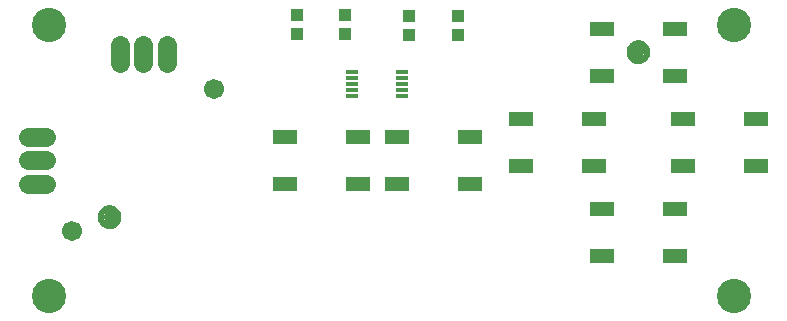
<source format=gbr>
G04 EAGLE Gerber RS-274X export*
G75*
%MOMM*%
%FSLAX34Y34*%
%LPD*%
%INSoldermask Top*%
%IPPOS*%
%AMOC8*
5,1,8,0,0,1.08239X$1,22.5*%
G01*
%ADD10C,2.901600*%
%ADD11C,1.101600*%
%ADD12C,0.500000*%
%ADD13C,1.601600*%
%ADD14C,1.701600*%
%ADD15R,2.101600X1.301600*%
%ADD16R,1.001600X1.001600*%
%ADD17R,1.101600X0.351600*%


D10*
X614605Y264720D03*
X614605Y34720D03*
X34605Y34720D03*
X34605Y264720D03*
D11*
X533400Y241300D03*
D12*
X533400Y248800D02*
X533219Y248798D01*
X533038Y248791D01*
X532857Y248780D01*
X532676Y248765D01*
X532496Y248745D01*
X532316Y248721D01*
X532137Y248693D01*
X531959Y248660D01*
X531782Y248623D01*
X531605Y248582D01*
X531430Y248537D01*
X531255Y248487D01*
X531082Y248433D01*
X530911Y248375D01*
X530740Y248313D01*
X530572Y248246D01*
X530405Y248176D01*
X530239Y248102D01*
X530076Y248023D01*
X529915Y247941D01*
X529755Y247855D01*
X529598Y247765D01*
X529443Y247671D01*
X529290Y247574D01*
X529140Y247472D01*
X528992Y247368D01*
X528846Y247259D01*
X528704Y247148D01*
X528564Y247032D01*
X528427Y246914D01*
X528292Y246792D01*
X528161Y246667D01*
X528033Y246539D01*
X527908Y246408D01*
X527786Y246273D01*
X527668Y246136D01*
X527552Y245996D01*
X527441Y245854D01*
X527332Y245708D01*
X527228Y245560D01*
X527126Y245410D01*
X527029Y245257D01*
X526935Y245102D01*
X526845Y244945D01*
X526759Y244785D01*
X526677Y244624D01*
X526598Y244461D01*
X526524Y244295D01*
X526454Y244128D01*
X526387Y243960D01*
X526325Y243789D01*
X526267Y243618D01*
X526213Y243445D01*
X526163Y243270D01*
X526118Y243095D01*
X526077Y242918D01*
X526040Y242741D01*
X526007Y242563D01*
X525979Y242384D01*
X525955Y242204D01*
X525935Y242024D01*
X525920Y241843D01*
X525909Y241662D01*
X525902Y241481D01*
X525900Y241300D01*
X533400Y248800D02*
X533581Y248798D01*
X533762Y248791D01*
X533943Y248780D01*
X534124Y248765D01*
X534304Y248745D01*
X534484Y248721D01*
X534663Y248693D01*
X534841Y248660D01*
X535018Y248623D01*
X535195Y248582D01*
X535370Y248537D01*
X535545Y248487D01*
X535718Y248433D01*
X535889Y248375D01*
X536060Y248313D01*
X536228Y248246D01*
X536395Y248176D01*
X536561Y248102D01*
X536724Y248023D01*
X536885Y247941D01*
X537045Y247855D01*
X537202Y247765D01*
X537357Y247671D01*
X537510Y247574D01*
X537660Y247472D01*
X537808Y247368D01*
X537954Y247259D01*
X538096Y247148D01*
X538236Y247032D01*
X538373Y246914D01*
X538508Y246792D01*
X538639Y246667D01*
X538767Y246539D01*
X538892Y246408D01*
X539014Y246273D01*
X539132Y246136D01*
X539248Y245996D01*
X539359Y245854D01*
X539468Y245708D01*
X539572Y245560D01*
X539674Y245410D01*
X539771Y245257D01*
X539865Y245102D01*
X539955Y244945D01*
X540041Y244785D01*
X540123Y244624D01*
X540202Y244461D01*
X540276Y244295D01*
X540346Y244128D01*
X540413Y243960D01*
X540475Y243789D01*
X540533Y243618D01*
X540587Y243445D01*
X540637Y243270D01*
X540682Y243095D01*
X540723Y242918D01*
X540760Y242741D01*
X540793Y242563D01*
X540821Y242384D01*
X540845Y242204D01*
X540865Y242024D01*
X540880Y241843D01*
X540891Y241662D01*
X540898Y241481D01*
X540900Y241300D01*
X540898Y241119D01*
X540891Y240938D01*
X540880Y240757D01*
X540865Y240576D01*
X540845Y240396D01*
X540821Y240216D01*
X540793Y240037D01*
X540760Y239859D01*
X540723Y239682D01*
X540682Y239505D01*
X540637Y239330D01*
X540587Y239155D01*
X540533Y238982D01*
X540475Y238811D01*
X540413Y238640D01*
X540346Y238472D01*
X540276Y238305D01*
X540202Y238139D01*
X540123Y237976D01*
X540041Y237815D01*
X539955Y237655D01*
X539865Y237498D01*
X539771Y237343D01*
X539674Y237190D01*
X539572Y237040D01*
X539468Y236892D01*
X539359Y236746D01*
X539248Y236604D01*
X539132Y236464D01*
X539014Y236327D01*
X538892Y236192D01*
X538767Y236061D01*
X538639Y235933D01*
X538508Y235808D01*
X538373Y235686D01*
X538236Y235568D01*
X538096Y235452D01*
X537954Y235341D01*
X537808Y235232D01*
X537660Y235128D01*
X537510Y235026D01*
X537357Y234929D01*
X537202Y234835D01*
X537045Y234745D01*
X536885Y234659D01*
X536724Y234577D01*
X536561Y234498D01*
X536395Y234424D01*
X536228Y234354D01*
X536060Y234287D01*
X535889Y234225D01*
X535718Y234167D01*
X535545Y234113D01*
X535370Y234063D01*
X535195Y234018D01*
X535018Y233977D01*
X534841Y233940D01*
X534663Y233907D01*
X534484Y233879D01*
X534304Y233855D01*
X534124Y233835D01*
X533943Y233820D01*
X533762Y233809D01*
X533581Y233802D01*
X533400Y233800D01*
X533219Y233802D01*
X533038Y233809D01*
X532857Y233820D01*
X532676Y233835D01*
X532496Y233855D01*
X532316Y233879D01*
X532137Y233907D01*
X531959Y233940D01*
X531782Y233977D01*
X531605Y234018D01*
X531430Y234063D01*
X531255Y234113D01*
X531082Y234167D01*
X530911Y234225D01*
X530740Y234287D01*
X530572Y234354D01*
X530405Y234424D01*
X530239Y234498D01*
X530076Y234577D01*
X529915Y234659D01*
X529755Y234745D01*
X529598Y234835D01*
X529443Y234929D01*
X529290Y235026D01*
X529140Y235128D01*
X528992Y235232D01*
X528846Y235341D01*
X528704Y235452D01*
X528564Y235568D01*
X528427Y235686D01*
X528292Y235808D01*
X528161Y235933D01*
X528033Y236061D01*
X527908Y236192D01*
X527786Y236327D01*
X527668Y236464D01*
X527552Y236604D01*
X527441Y236746D01*
X527332Y236892D01*
X527228Y237040D01*
X527126Y237190D01*
X527029Y237343D01*
X526935Y237498D01*
X526845Y237655D01*
X526759Y237815D01*
X526677Y237976D01*
X526598Y238139D01*
X526524Y238305D01*
X526454Y238472D01*
X526387Y238640D01*
X526325Y238811D01*
X526267Y238982D01*
X526213Y239155D01*
X526163Y239330D01*
X526118Y239505D01*
X526077Y239682D01*
X526040Y239859D01*
X526007Y240037D01*
X525979Y240216D01*
X525955Y240396D01*
X525935Y240576D01*
X525920Y240757D01*
X525909Y240938D01*
X525902Y241119D01*
X525900Y241300D01*
D11*
X85725Y101600D03*
D12*
X85725Y109100D02*
X85544Y109098D01*
X85363Y109091D01*
X85182Y109080D01*
X85001Y109065D01*
X84821Y109045D01*
X84641Y109021D01*
X84462Y108993D01*
X84284Y108960D01*
X84107Y108923D01*
X83930Y108882D01*
X83755Y108837D01*
X83580Y108787D01*
X83407Y108733D01*
X83236Y108675D01*
X83065Y108613D01*
X82897Y108546D01*
X82730Y108476D01*
X82564Y108402D01*
X82401Y108323D01*
X82240Y108241D01*
X82080Y108155D01*
X81923Y108065D01*
X81768Y107971D01*
X81615Y107874D01*
X81465Y107772D01*
X81317Y107668D01*
X81171Y107559D01*
X81029Y107448D01*
X80889Y107332D01*
X80752Y107214D01*
X80617Y107092D01*
X80486Y106967D01*
X80358Y106839D01*
X80233Y106708D01*
X80111Y106573D01*
X79993Y106436D01*
X79877Y106296D01*
X79766Y106154D01*
X79657Y106008D01*
X79553Y105860D01*
X79451Y105710D01*
X79354Y105557D01*
X79260Y105402D01*
X79170Y105245D01*
X79084Y105085D01*
X79002Y104924D01*
X78923Y104761D01*
X78849Y104595D01*
X78779Y104428D01*
X78712Y104260D01*
X78650Y104089D01*
X78592Y103918D01*
X78538Y103745D01*
X78488Y103570D01*
X78443Y103395D01*
X78402Y103218D01*
X78365Y103041D01*
X78332Y102863D01*
X78304Y102684D01*
X78280Y102504D01*
X78260Y102324D01*
X78245Y102143D01*
X78234Y101962D01*
X78227Y101781D01*
X78225Y101600D01*
X85725Y109100D02*
X85906Y109098D01*
X86087Y109091D01*
X86268Y109080D01*
X86449Y109065D01*
X86629Y109045D01*
X86809Y109021D01*
X86988Y108993D01*
X87166Y108960D01*
X87343Y108923D01*
X87520Y108882D01*
X87695Y108837D01*
X87870Y108787D01*
X88043Y108733D01*
X88214Y108675D01*
X88385Y108613D01*
X88553Y108546D01*
X88720Y108476D01*
X88886Y108402D01*
X89049Y108323D01*
X89210Y108241D01*
X89370Y108155D01*
X89527Y108065D01*
X89682Y107971D01*
X89835Y107874D01*
X89985Y107772D01*
X90133Y107668D01*
X90279Y107559D01*
X90421Y107448D01*
X90561Y107332D01*
X90698Y107214D01*
X90833Y107092D01*
X90964Y106967D01*
X91092Y106839D01*
X91217Y106708D01*
X91339Y106573D01*
X91457Y106436D01*
X91573Y106296D01*
X91684Y106154D01*
X91793Y106008D01*
X91897Y105860D01*
X91999Y105710D01*
X92096Y105557D01*
X92190Y105402D01*
X92280Y105245D01*
X92366Y105085D01*
X92448Y104924D01*
X92527Y104761D01*
X92601Y104595D01*
X92671Y104428D01*
X92738Y104260D01*
X92800Y104089D01*
X92858Y103918D01*
X92912Y103745D01*
X92962Y103570D01*
X93007Y103395D01*
X93048Y103218D01*
X93085Y103041D01*
X93118Y102863D01*
X93146Y102684D01*
X93170Y102504D01*
X93190Y102324D01*
X93205Y102143D01*
X93216Y101962D01*
X93223Y101781D01*
X93225Y101600D01*
X93223Y101419D01*
X93216Y101238D01*
X93205Y101057D01*
X93190Y100876D01*
X93170Y100696D01*
X93146Y100516D01*
X93118Y100337D01*
X93085Y100159D01*
X93048Y99982D01*
X93007Y99805D01*
X92962Y99630D01*
X92912Y99455D01*
X92858Y99282D01*
X92800Y99111D01*
X92738Y98940D01*
X92671Y98772D01*
X92601Y98605D01*
X92527Y98439D01*
X92448Y98276D01*
X92366Y98115D01*
X92280Y97955D01*
X92190Y97798D01*
X92096Y97643D01*
X91999Y97490D01*
X91897Y97340D01*
X91793Y97192D01*
X91684Y97046D01*
X91573Y96904D01*
X91457Y96764D01*
X91339Y96627D01*
X91217Y96492D01*
X91092Y96361D01*
X90964Y96233D01*
X90833Y96108D01*
X90698Y95986D01*
X90561Y95868D01*
X90421Y95752D01*
X90279Y95641D01*
X90133Y95532D01*
X89985Y95428D01*
X89835Y95326D01*
X89682Y95229D01*
X89527Y95135D01*
X89370Y95045D01*
X89210Y94959D01*
X89049Y94877D01*
X88886Y94798D01*
X88720Y94724D01*
X88553Y94654D01*
X88385Y94587D01*
X88214Y94525D01*
X88043Y94467D01*
X87870Y94413D01*
X87695Y94363D01*
X87520Y94318D01*
X87343Y94277D01*
X87166Y94240D01*
X86988Y94207D01*
X86809Y94179D01*
X86629Y94155D01*
X86449Y94135D01*
X86268Y94120D01*
X86087Y94109D01*
X85906Y94102D01*
X85725Y94100D01*
X85544Y94102D01*
X85363Y94109D01*
X85182Y94120D01*
X85001Y94135D01*
X84821Y94155D01*
X84641Y94179D01*
X84462Y94207D01*
X84284Y94240D01*
X84107Y94277D01*
X83930Y94318D01*
X83755Y94363D01*
X83580Y94413D01*
X83407Y94467D01*
X83236Y94525D01*
X83065Y94587D01*
X82897Y94654D01*
X82730Y94724D01*
X82564Y94798D01*
X82401Y94877D01*
X82240Y94959D01*
X82080Y95045D01*
X81923Y95135D01*
X81768Y95229D01*
X81615Y95326D01*
X81465Y95428D01*
X81317Y95532D01*
X81171Y95641D01*
X81029Y95752D01*
X80889Y95868D01*
X80752Y95986D01*
X80617Y96108D01*
X80486Y96233D01*
X80358Y96361D01*
X80233Y96492D01*
X80111Y96627D01*
X79993Y96764D01*
X79877Y96904D01*
X79766Y97046D01*
X79657Y97192D01*
X79553Y97340D01*
X79451Y97490D01*
X79354Y97643D01*
X79260Y97798D01*
X79170Y97955D01*
X79084Y98115D01*
X79002Y98276D01*
X78923Y98439D01*
X78849Y98605D01*
X78779Y98772D01*
X78712Y98940D01*
X78650Y99111D01*
X78592Y99282D01*
X78538Y99455D01*
X78488Y99630D01*
X78443Y99805D01*
X78402Y99982D01*
X78365Y100159D01*
X78332Y100337D01*
X78304Y100516D01*
X78280Y100696D01*
X78260Y100876D01*
X78245Y101057D01*
X78234Y101238D01*
X78227Y101419D01*
X78225Y101600D01*
D13*
X31800Y149860D02*
X16800Y149860D01*
X16800Y129860D02*
X31800Y129860D01*
X31800Y169860D02*
X16800Y169860D01*
X94300Y232360D02*
X94300Y247360D01*
X114300Y247360D02*
X114300Y232360D01*
X134300Y232360D02*
X134300Y247360D01*
D14*
X54300Y89860D03*
X174300Y209860D03*
D15*
X495820Y145100D03*
X433820Y145100D03*
X433820Y185100D03*
X495820Y185100D03*
X502400Y261300D03*
X564400Y261300D03*
X564400Y221300D03*
X502400Y221300D03*
X502400Y108900D03*
X564400Y108900D03*
X564400Y68900D03*
X502400Y68900D03*
X632980Y145100D03*
X570980Y145100D03*
X570980Y185100D03*
X632980Y185100D03*
D16*
X244295Y256795D03*
X244295Y272795D03*
X285295Y272795D03*
X285295Y256795D03*
X339545Y256160D03*
X339545Y272160D03*
X380545Y272160D03*
X380545Y256160D03*
D15*
X391045Y129860D03*
X329045Y129860D03*
X329045Y169860D03*
X391045Y169860D03*
X295795Y129860D03*
X233795Y129860D03*
X233795Y169860D03*
X295795Y169860D03*
D17*
X291289Y224630D03*
X291289Y219630D03*
X291289Y214630D03*
X291289Y209630D03*
X291289Y204630D03*
X333551Y204630D03*
X333551Y209630D03*
X333551Y214630D03*
X333551Y219630D03*
X333551Y224630D03*
M02*

</source>
